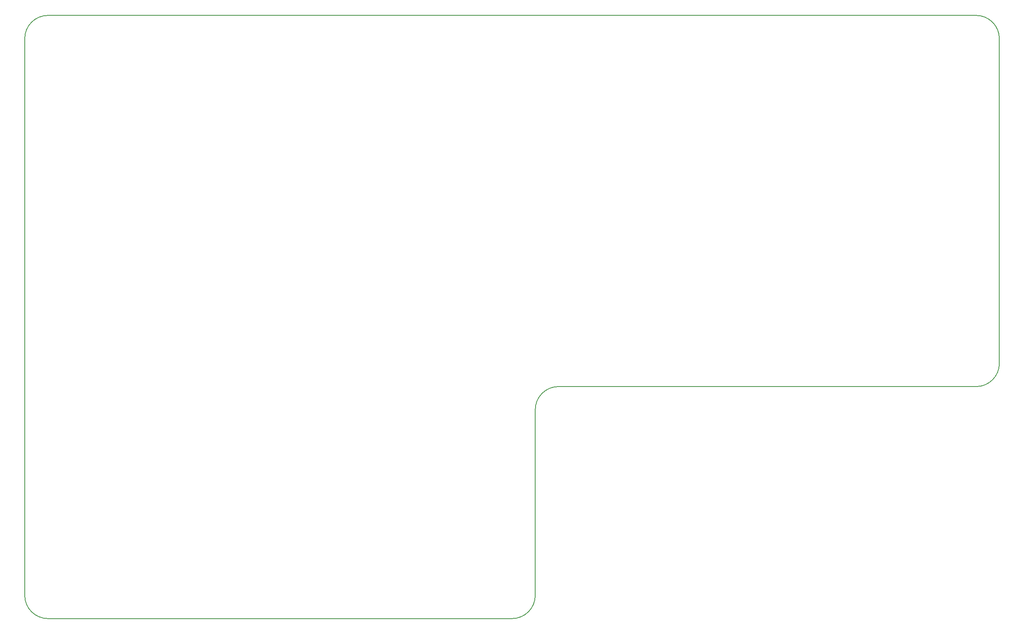
<source format=gbr>
G04 #@! TF.GenerationSoftware,KiCad,Pcbnew,5.1.9+dfsg1-1*
G04 #@! TF.CreationDate,2021-10-01T14:26:28-05:00*
G04 #@! TF.ProjectId,thornbox,74686f72-6e62-46f7-982e-6b696361645f,rev?*
G04 #@! TF.SameCoordinates,Original*
G04 #@! TF.FileFunction,Profile,NP*
%FSLAX46Y46*%
G04 Gerber Fmt 4.6, Leading zero omitted, Abs format (unit mm)*
G04 Created by KiCad (PCBNEW 5.1.9+dfsg1-1) date 2021-10-01 14:26:28*
%MOMM*%
%LPD*%
G01*
G04 APERTURE LIST*
G04 #@! TA.AperFunction,Profile*
%ADD10C,0.150000*%
G04 #@! TD*
G04 APERTURE END LIST*
D10*
X253000000Y-27000000D02*
G75*
G02*
X258000000Y-32000000I0J-5000000D01*
G01*
X258000000Y-102000000D02*
G75*
G02*
X253000000Y-107000000I-5000000J0D01*
G01*
X158000000Y-112000000D02*
G75*
G02*
X163000000Y-107000000I5000000J0D01*
G01*
X48000000Y-32000000D02*
G75*
G02*
X53000000Y-27000000I5000000J0D01*
G01*
X53000000Y-157000000D02*
G75*
G02*
X48000000Y-152000000I0J5000000D01*
G01*
X158000000Y-152000000D02*
G75*
G02*
X153000000Y-157000000I-5000000J0D01*
G01*
X163000000Y-107000000D02*
X253000000Y-107000000D01*
X158000000Y-152000000D02*
X158000000Y-112000000D01*
X48000000Y-32000000D02*
X48000000Y-152000000D01*
X53000000Y-157000000D02*
X153000000Y-157000000D01*
X258000000Y-32000000D02*
X258000000Y-102000000D01*
X53000000Y-27000000D02*
X253000000Y-27000000D01*
M02*

</source>
